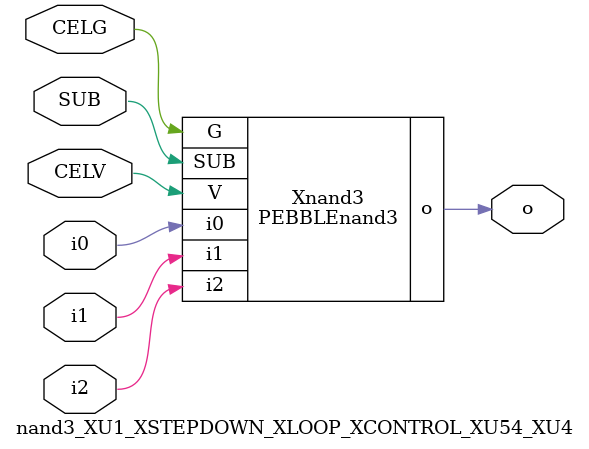
<source format=v>



module PEBBLEnand3 ( o, G, SUB, V, i0, i1, i2 );

  input i0;
  input V;
  input i2;
  input i1;
  input G;
  output o;
  input SUB;
endmodule

//Celera Confidential Do Not Copy nand3_XU1_XSTEPDOWN_XLOOP_XCONTROL_XU54_XU4
//Celera Confidential Symbol Generator
//5V Inverter
module nand3_XU1_XSTEPDOWN_XLOOP_XCONTROL_XU54_XU4 (CELV,CELG,i0,i1,i2,o,SUB);
input CELV;
input CELG;
input i0;
input i1;
input i2;
input SUB;
output o;

//Celera Confidential Do Not Copy nand3
PEBBLEnand3 Xnand3(
.V (CELV),
.i0 (i0),
.i1 (i1),
.i2 (i2),
.o (o),
.SUB (SUB),
.G (CELG)
);
//,diesize,PEBBLEnand3

//Celera Confidential Do Not Copy Module End
//Celera Schematic Generator
endmodule

</source>
